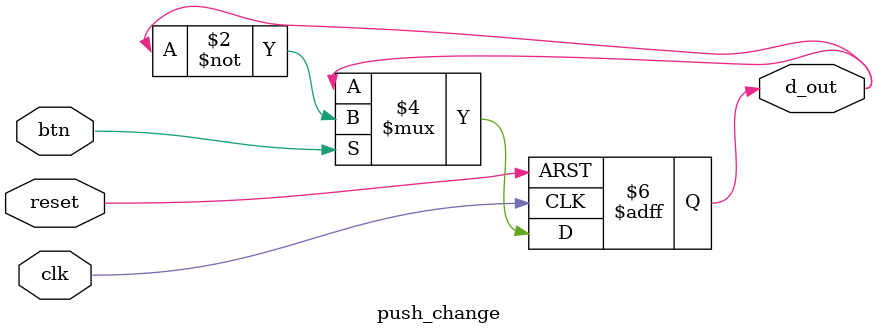
<source format=v>
`timescale 1ns / 1ps

module push_change (
    input clk,
    input reset,
    input btn,
    output reg d_out
);

    always @(posedge clk or posedge reset) begin
        if (reset) begin
            d_out <= 1'b0;
        end else begin
            if (btn) begin
                d_out = ~d_out;
            end
        end
    end
endmodule

</source>
